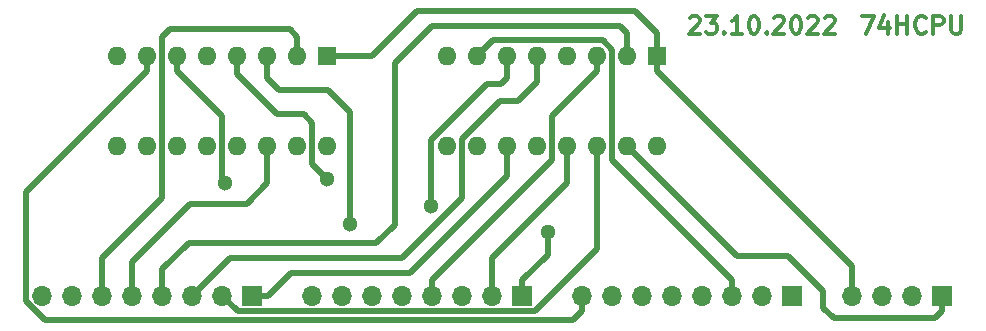
<source format=gbr>
%TF.GenerationSoftware,KiCad,Pcbnew,(5.1.8)-1*%
%TF.CreationDate,2022-10-23T00:45:01+03:00*%
%TF.ProjectId,MUX2x1,4d555832-7831-42e6-9b69-6361645f7063,rev?*%
%TF.SameCoordinates,Original*%
%TF.FileFunction,Copper,L1,Top*%
%TF.FilePolarity,Positive*%
%FSLAX46Y46*%
G04 Gerber Fmt 4.6, Leading zero omitted, Abs format (unit mm)*
G04 Created by KiCad (PCBNEW (5.1.8)-1) date 2022-10-23 00:45:01*
%MOMM*%
%LPD*%
G01*
G04 APERTURE LIST*
%TA.AperFunction,NonConductor*%
%ADD10C,0.300000*%
%TD*%
%TA.AperFunction,ComponentPad*%
%ADD11R,1.700000X1.700000*%
%TD*%
%TA.AperFunction,ComponentPad*%
%ADD12O,1.700000X1.700000*%
%TD*%
%TA.AperFunction,ComponentPad*%
%ADD13R,1.600000X1.600000*%
%TD*%
%TA.AperFunction,ComponentPad*%
%ADD14O,1.600000X1.600000*%
%TD*%
%TA.AperFunction,ViaPad*%
%ADD15C,1.300000*%
%TD*%
%TA.AperFunction,Conductor*%
%ADD16C,0.500000*%
%TD*%
G04 APERTURE END LIST*
D10*
X105617142Y-57741428D02*
X105688571Y-57670000D01*
X105831428Y-57598571D01*
X106188571Y-57598571D01*
X106331428Y-57670000D01*
X106402857Y-57741428D01*
X106474285Y-57884285D01*
X106474285Y-58027142D01*
X106402857Y-58241428D01*
X105545714Y-59098571D01*
X106474285Y-59098571D01*
X106974285Y-57598571D02*
X107902857Y-57598571D01*
X107402857Y-58170000D01*
X107617142Y-58170000D01*
X107760000Y-58241428D01*
X107831428Y-58312857D01*
X107902857Y-58455714D01*
X107902857Y-58812857D01*
X107831428Y-58955714D01*
X107760000Y-59027142D01*
X107617142Y-59098571D01*
X107188571Y-59098571D01*
X107045714Y-59027142D01*
X106974285Y-58955714D01*
X108545714Y-58955714D02*
X108617142Y-59027142D01*
X108545714Y-59098571D01*
X108474285Y-59027142D01*
X108545714Y-58955714D01*
X108545714Y-59098571D01*
X110045714Y-59098571D02*
X109188571Y-59098571D01*
X109617142Y-59098571D02*
X109617142Y-57598571D01*
X109474285Y-57812857D01*
X109331428Y-57955714D01*
X109188571Y-58027142D01*
X110974285Y-57598571D02*
X111117142Y-57598571D01*
X111260000Y-57670000D01*
X111331428Y-57741428D01*
X111402857Y-57884285D01*
X111474285Y-58170000D01*
X111474285Y-58527142D01*
X111402857Y-58812857D01*
X111331428Y-58955714D01*
X111260000Y-59027142D01*
X111117142Y-59098571D01*
X110974285Y-59098571D01*
X110831428Y-59027142D01*
X110760000Y-58955714D01*
X110688571Y-58812857D01*
X110617142Y-58527142D01*
X110617142Y-58170000D01*
X110688571Y-57884285D01*
X110760000Y-57741428D01*
X110831428Y-57670000D01*
X110974285Y-57598571D01*
X112117142Y-58955714D02*
X112188571Y-59027142D01*
X112117142Y-59098571D01*
X112045714Y-59027142D01*
X112117142Y-58955714D01*
X112117142Y-59098571D01*
X112760000Y-57741428D02*
X112831428Y-57670000D01*
X112974285Y-57598571D01*
X113331428Y-57598571D01*
X113474285Y-57670000D01*
X113545714Y-57741428D01*
X113617142Y-57884285D01*
X113617142Y-58027142D01*
X113545714Y-58241428D01*
X112688571Y-59098571D01*
X113617142Y-59098571D01*
X114545714Y-57598571D02*
X114688571Y-57598571D01*
X114831428Y-57670000D01*
X114902857Y-57741428D01*
X114974285Y-57884285D01*
X115045714Y-58170000D01*
X115045714Y-58527142D01*
X114974285Y-58812857D01*
X114902857Y-58955714D01*
X114831428Y-59027142D01*
X114688571Y-59098571D01*
X114545714Y-59098571D01*
X114402857Y-59027142D01*
X114331428Y-58955714D01*
X114260000Y-58812857D01*
X114188571Y-58527142D01*
X114188571Y-58170000D01*
X114260000Y-57884285D01*
X114331428Y-57741428D01*
X114402857Y-57670000D01*
X114545714Y-57598571D01*
X115617142Y-57741428D02*
X115688571Y-57670000D01*
X115831428Y-57598571D01*
X116188571Y-57598571D01*
X116331428Y-57670000D01*
X116402857Y-57741428D01*
X116474285Y-57884285D01*
X116474285Y-58027142D01*
X116402857Y-58241428D01*
X115545714Y-59098571D01*
X116474285Y-59098571D01*
X117045714Y-57741428D02*
X117117142Y-57670000D01*
X117260000Y-57598571D01*
X117617142Y-57598571D01*
X117760000Y-57670000D01*
X117831428Y-57741428D01*
X117902857Y-57884285D01*
X117902857Y-58027142D01*
X117831428Y-58241428D01*
X116974285Y-59098571D01*
X117902857Y-59098571D01*
X120174285Y-57598571D02*
X121174285Y-57598571D01*
X120531428Y-59098571D01*
X122388571Y-58098571D02*
X122388571Y-59098571D01*
X122031428Y-57527142D02*
X121674285Y-58598571D01*
X122602857Y-58598571D01*
X123174285Y-59098571D02*
X123174285Y-57598571D01*
X123174285Y-58312857D02*
X124031428Y-58312857D01*
X124031428Y-59098571D02*
X124031428Y-57598571D01*
X125602857Y-58955714D02*
X125531428Y-59027142D01*
X125317142Y-59098571D01*
X125174285Y-59098571D01*
X124960000Y-59027142D01*
X124817142Y-58884285D01*
X124745714Y-58741428D01*
X124674285Y-58455714D01*
X124674285Y-58241428D01*
X124745714Y-57955714D01*
X124817142Y-57812857D01*
X124960000Y-57670000D01*
X125174285Y-57598571D01*
X125317142Y-57598571D01*
X125531428Y-57670000D01*
X125602857Y-57741428D01*
X126245714Y-59098571D02*
X126245714Y-57598571D01*
X126817142Y-57598571D01*
X126960000Y-57670000D01*
X127031428Y-57741428D01*
X127102857Y-57884285D01*
X127102857Y-58098571D01*
X127031428Y-58241428D01*
X126960000Y-58312857D01*
X126817142Y-58384285D01*
X126245714Y-58384285D01*
X127745714Y-57598571D02*
X127745714Y-58812857D01*
X127817142Y-58955714D01*
X127888571Y-59027142D01*
X128031428Y-59098571D01*
X128317142Y-59098571D01*
X128460000Y-59027142D01*
X128531428Y-58955714D01*
X128602857Y-58812857D01*
X128602857Y-57598571D01*
D11*
%TO.P,J1,1*%
%TO.N,/A7*%
X68580000Y-81280000D03*
D12*
%TO.P,J1,2*%
%TO.N,/A6*%
X66040000Y-81280000D03*
%TO.P,J1,3*%
%TO.N,/A5*%
X63500000Y-81280000D03*
%TO.P,J1,4*%
%TO.N,/A4*%
X60960000Y-81280000D03*
%TO.P,J1,5*%
%TO.N,/A3*%
X58420000Y-81280000D03*
%TO.P,J1,6*%
%TO.N,/A2*%
X55880000Y-81280000D03*
%TO.P,J1,7*%
%TO.N,/A1*%
X53340000Y-81280000D03*
%TO.P,J1,8*%
%TO.N,/A0*%
X50800000Y-81280000D03*
%TD*%
%TO.P,J2,8*%
%TO.N,/B0*%
X73660000Y-81280000D03*
%TO.P,J2,7*%
%TO.N,/B1*%
X76200000Y-81280000D03*
%TO.P,J2,6*%
%TO.N,/B2*%
X78740000Y-81280000D03*
%TO.P,J2,5*%
%TO.N,/B3*%
X81280000Y-81280000D03*
%TO.P,J2,4*%
%TO.N,/B4*%
X83820000Y-81280000D03*
%TO.P,J2,3*%
%TO.N,/B5*%
X86360000Y-81280000D03*
%TO.P,J2,2*%
%TO.N,/B6*%
X88900000Y-81280000D03*
D11*
%TO.P,J2,1*%
%TO.N,/B7*%
X91440000Y-81280000D03*
%TD*%
%TO.P,J3,1*%
%TO.N,/O7*%
X114300000Y-81280000D03*
D12*
%TO.P,J3,2*%
%TO.N,/O6*%
X111760000Y-81280000D03*
%TO.P,J3,3*%
%TO.N,/O5*%
X109220000Y-81280000D03*
%TO.P,J3,4*%
%TO.N,/O4*%
X106680000Y-81280000D03*
%TO.P,J3,5*%
%TO.N,/O3*%
X104140000Y-81280000D03*
%TO.P,J3,6*%
%TO.N,/O2*%
X101600000Y-81280000D03*
%TO.P,J3,7*%
%TO.N,/O1*%
X99060000Y-81280000D03*
%TO.P,J3,8*%
%TO.N,/O0*%
X96520000Y-81280000D03*
%TD*%
D11*
%TO.P,J4,1*%
%TO.N,/~OE*%
X127000000Y-81280000D03*
D12*
%TO.P,J4,2*%
%TO.N,GND*%
X124460000Y-81280000D03*
%TO.P,J4,3*%
%TO.N,VCC*%
X121920000Y-81280000D03*
%TO.P,J4,4*%
%TO.N,/S*%
X119380000Y-81280000D03*
%TD*%
D13*
%TO.P,U1,1*%
%TO.N,/S*%
X74930000Y-60960000D03*
D14*
%TO.P,U1,9*%
%TO.N,/O1*%
X57150000Y-68580000D03*
%TO.P,U1,2*%
%TO.N,/A2*%
X72390000Y-60960000D03*
%TO.P,U1,10*%
%TO.N,/B1*%
X59690000Y-68580000D03*
%TO.P,U1,3*%
%TO.N,/B2*%
X69850000Y-60960000D03*
%TO.P,U1,11*%
%TO.N,/A1*%
X62230000Y-68580000D03*
%TO.P,U1,4*%
%TO.N,/O2*%
X67310000Y-60960000D03*
%TO.P,U1,12*%
%TO.N,/O3*%
X64770000Y-68580000D03*
%TO.P,U1,5*%
%TO.N,/A0*%
X64770000Y-60960000D03*
%TO.P,U1,13*%
%TO.N,/B3*%
X67310000Y-68580000D03*
%TO.P,U1,6*%
%TO.N,/B0*%
X62230000Y-60960000D03*
%TO.P,U1,14*%
%TO.N,/A3*%
X69850000Y-68580000D03*
%TO.P,U1,7*%
%TO.N,/O0*%
X59690000Y-60960000D03*
%TO.P,U1,15*%
%TO.N,/~OE*%
X72390000Y-68580000D03*
%TO.P,U1,8*%
%TO.N,GND*%
X57150000Y-60960000D03*
%TO.P,U1,16*%
%TO.N,VCC*%
X74930000Y-68580000D03*
%TD*%
%TO.P,U2,16*%
%TO.N,VCC*%
X102870000Y-68580000D03*
%TO.P,U2,8*%
%TO.N,GND*%
X85090000Y-60960000D03*
%TO.P,U2,15*%
%TO.N,/~OE*%
X100330000Y-68580000D03*
%TO.P,U2,7*%
%TO.N,/O5*%
X87630000Y-60960000D03*
%TO.P,U2,14*%
%TO.N,/A6*%
X97790000Y-68580000D03*
%TO.P,U2,6*%
%TO.N,/B5*%
X90170000Y-60960000D03*
%TO.P,U2,13*%
%TO.N,/B6*%
X95250000Y-68580000D03*
%TO.P,U2,5*%
%TO.N,/A5*%
X92710000Y-60960000D03*
%TO.P,U2,12*%
%TO.N,/O6*%
X92710000Y-68580000D03*
%TO.P,U2,4*%
%TO.N,/O4*%
X95250000Y-60960000D03*
%TO.P,U2,11*%
%TO.N,/A7*%
X90170000Y-68580000D03*
%TO.P,U2,3*%
%TO.N,/B4*%
X97790000Y-60960000D03*
%TO.P,U2,10*%
%TO.N,/B7*%
X87630000Y-68580000D03*
%TO.P,U2,2*%
%TO.N,/A4*%
X100330000Y-60960000D03*
%TO.P,U2,9*%
%TO.N,/O7*%
X85090000Y-68580000D03*
D13*
%TO.P,U2,1*%
%TO.N,/S*%
X102870000Y-60960000D03*
%TD*%
D15*
%TO.N,/B7*%
X93568700Y-75882500D03*
%TO.N,/B5*%
X83741500Y-73660000D03*
%TO.N,/B2*%
X76835000Y-75247500D03*
%TO.N,/B0*%
X66284400Y-71755000D03*
%TO.N,/O2*%
X74930000Y-71437500D03*
%TD*%
D16*
%TO.N,/A2*%
X61595000Y-58737500D02*
X71755000Y-58737500D01*
X60960000Y-59372500D02*
X61595000Y-58737500D01*
X72390000Y-59372500D02*
X72390000Y-60960000D01*
X71755000Y-58737500D02*
X72390000Y-59372500D01*
X55880000Y-81280000D02*
X55880000Y-78105000D01*
X55880000Y-78105000D02*
X60960000Y-73025000D01*
X60960000Y-73025000D02*
X60960000Y-59372500D01*
%TO.N,/A3*%
X69850000Y-69880000D02*
X69850000Y-68580000D01*
X69820000Y-69880000D02*
X69850000Y-69880000D01*
X68103750Y-73501250D02*
X69820000Y-71785000D01*
X69820000Y-71785000D02*
X69820000Y-69880000D01*
X63341250Y-73501250D02*
X68103750Y-73501250D01*
X58420000Y-78422500D02*
X63341250Y-73501250D01*
X58420000Y-81280000D02*
X58420000Y-78422500D01*
%TO.N,/A4*%
X60960000Y-79057500D02*
X60960000Y-81280000D01*
X63182500Y-76835000D02*
X60960000Y-79057500D01*
X80620600Y-75271900D02*
X79057500Y-76835000D01*
X79057500Y-76835000D02*
X63182500Y-76835000D01*
X80620600Y-61619400D02*
X80620600Y-75271900D01*
X83820000Y-58420000D02*
X80620600Y-61619400D01*
X99695000Y-58420000D02*
X83820000Y-58420000D01*
X100330000Y-59055000D02*
X99695000Y-58420000D01*
X100330000Y-60960000D02*
X100330000Y-59055000D01*
%TO.N,/A5*%
X66675000Y-78105000D02*
X63500000Y-81280000D01*
X86360000Y-73025000D02*
X81280000Y-78105000D01*
X81280000Y-78105000D02*
X66675000Y-78105000D01*
X86360000Y-68041300D02*
X86360000Y-73025000D01*
X89583150Y-64818150D02*
X86360000Y-68041300D01*
X91074350Y-64818150D02*
X89583150Y-64818150D01*
X92710000Y-63182500D02*
X91074350Y-64818150D01*
X92710000Y-60960000D02*
X92710000Y-63182500D01*
%TO.N,/A6*%
X97790000Y-68580000D02*
X97790000Y-77297800D01*
X97790000Y-77297800D02*
X92507500Y-82580300D01*
X92507500Y-82580300D02*
X67340300Y-82580300D01*
X67340300Y-82580300D02*
X66040000Y-81280000D01*
%TO.N,/A7*%
X69930000Y-81280000D02*
X68580000Y-81280000D01*
X71835000Y-79375000D02*
X69930000Y-81280000D01*
X81915000Y-79375000D02*
X71835000Y-79375000D01*
X90170000Y-71120000D02*
X81915000Y-79375000D01*
X90170000Y-68580000D02*
X90170000Y-71120000D01*
%TO.N,/B7*%
X91440000Y-79930000D02*
X93568700Y-77801300D01*
X93568700Y-77801300D02*
X93568700Y-76795700D01*
X93568700Y-75818700D02*
X93568700Y-76795700D01*
X91440000Y-81280000D02*
X91440000Y-79930000D01*
%TO.N,/B6*%
X95250000Y-71755000D02*
X95250000Y-68580000D01*
X88900000Y-78105000D02*
X95250000Y-71755000D01*
X88900000Y-81280000D02*
X88900000Y-78105000D01*
%TO.N,/B5*%
X88471850Y-63389350D02*
X83741500Y-68119700D01*
X89645650Y-63389350D02*
X88471850Y-63389350D01*
X83741500Y-68119700D02*
X83741500Y-73660000D01*
X90170000Y-62865000D02*
X89645650Y-63389350D01*
X90170000Y-60960000D02*
X90170000Y-62865000D01*
%TO.N,/B4*%
X97790000Y-62260000D02*
X93980000Y-66070000D01*
X93980000Y-66070000D02*
X93980000Y-69770000D01*
X93980000Y-69770000D02*
X83820000Y-79930000D01*
X83820000Y-81280000D02*
X83820000Y-79930000D01*
X97790000Y-60960000D02*
X97790000Y-62260000D01*
%TO.N,/B2*%
X76835000Y-65722500D02*
X76835000Y-75247500D01*
X74978150Y-63865650D02*
X76835000Y-65722500D01*
X70850650Y-63865650D02*
X74978150Y-63865650D01*
X69850000Y-62865000D02*
X70850650Y-63865650D01*
X69850000Y-60960000D02*
X69850000Y-62865000D01*
%TO.N,/B0*%
X66020400Y-71491000D02*
X66284400Y-71755000D01*
X66020400Y-66050400D02*
X66020400Y-71491000D01*
X62230000Y-62260000D02*
X66020400Y-66050400D01*
X62230000Y-60960000D02*
X62230000Y-62260000D01*
%TO.N,/O0*%
X59690000Y-60960000D02*
X59690000Y-62260000D01*
X59690000Y-62260000D02*
X49452200Y-72497800D01*
X49452200Y-72497800D02*
X49452200Y-81771300D01*
X49452200Y-81771300D02*
X51040500Y-83359600D01*
X51040500Y-83359600D02*
X93090400Y-83359600D01*
X96520000Y-81280000D02*
X96520000Y-82550000D01*
X96520000Y-82550000D02*
X95925000Y-83145000D01*
X95925000Y-83145000D02*
X95725010Y-83344990D01*
X95725010Y-83344990D02*
X93090400Y-83344990D01*
%TO.N,/O2*%
X73660000Y-70167500D02*
X74930000Y-71437500D01*
X73660000Y-66675000D02*
X73660000Y-70167500D01*
X72914400Y-65929400D02*
X73660000Y-66675000D01*
X70691900Y-65929400D02*
X72914400Y-65929400D01*
X67310000Y-62547500D02*
X70691900Y-65929400D01*
X67310000Y-60960000D02*
X67310000Y-62547500D01*
%TO.N,/O5*%
X109220000Y-81280000D02*
X109220000Y-79930000D01*
X87630000Y-60960000D02*
X88914500Y-59675500D01*
X88914500Y-59675500D02*
X98277600Y-59675500D01*
X98277600Y-59675500D02*
X99060000Y-60457900D01*
X99060000Y-60457900D02*
X99060000Y-69770000D01*
X99060000Y-69770000D02*
X109220000Y-79930000D01*
%TO.N,/S*%
X102870000Y-60960000D02*
X102870000Y-62260000D01*
X102870000Y-62260000D02*
X119380000Y-78770000D01*
X119380000Y-78770000D02*
X119380000Y-81280000D01*
X102870000Y-59055000D02*
X102870000Y-60960000D01*
X82550000Y-57150000D02*
X100965000Y-57150000D01*
X78740000Y-60960000D02*
X82550000Y-57150000D01*
X100965000Y-57150000D02*
X102870000Y-59055000D01*
X74930000Y-60960000D02*
X78740000Y-60960000D01*
%TO.N,/~OE*%
X109642000Y-77892000D02*
X100330000Y-68580000D01*
X116933100Y-82325600D02*
X116933100Y-80869400D01*
X117792500Y-83185000D02*
X116933100Y-82325600D01*
X126365000Y-83185000D02*
X117792500Y-83185000D01*
X113955700Y-77892000D02*
X109642000Y-77892000D01*
X116933100Y-80869400D02*
X113955700Y-77892000D01*
X127000000Y-82550000D02*
X126365000Y-83185000D01*
X127000000Y-81280000D02*
X127000000Y-82550000D01*
%TD*%
M02*

</source>
